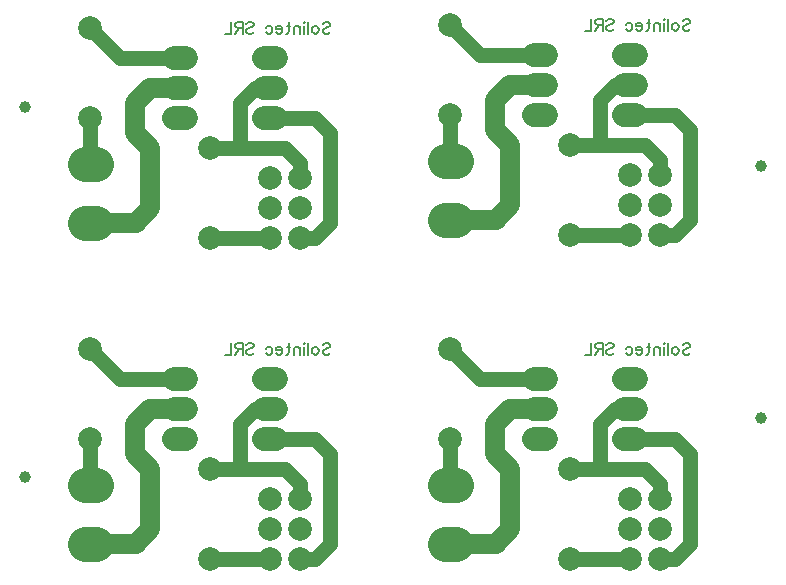
<source format=gbl>
G04 Layer: BottomLayer*
G04 EasyEDA v6.5.9, 2022-12-18 14:38:18*
G04 4aff3cac283946888bffb04ada9a0e28,5dd06754fdd742daa6fe38bf62b7df6b,10*
G04 Gerber Generator version 0.2*
G04 Scale: 100 percent, Rotated: No, Reflected: No *
G04 Dimensions in millimeters *
G04 leading zeros omitted , absolute positions ,4 integer and 5 decimal *
%FSLAX45Y45*%
%MOMM*%

%ADD10C,0.2000*%
%ADD11C,1.2700*%
%ADD12C,1.7000*%
%ADD13C,1.0000*%
%ADD14C,2.0000*%
%ADD15C,3.0000*%
%ADD16C,0.0104*%

%LPD*%
D10*
X2957944Y4914668D02*
G01*
X2967182Y4923904D01*
X2981035Y4928524D01*
X2999508Y4928524D01*
X3013364Y4923904D01*
X3022600Y4914668D01*
X3022600Y4905433D01*
X3017982Y4896195D01*
X3013364Y4891577D01*
X3004126Y4886960D01*
X2976417Y4877724D01*
X2967182Y4873104D01*
X2962564Y4868486D01*
X2957944Y4859251D01*
X2957944Y4845395D01*
X2967182Y4836160D01*
X2981035Y4831542D01*
X2999508Y4831542D01*
X3013364Y4836160D01*
X3022600Y4845395D01*
X2904375Y4896195D02*
G01*
X2913611Y4891577D01*
X2922846Y4882342D01*
X2927464Y4868486D01*
X2927464Y4859251D01*
X2922846Y4845395D01*
X2913611Y4836160D01*
X2904375Y4831542D01*
X2890520Y4831542D01*
X2881284Y4836160D01*
X2872046Y4845395D01*
X2867428Y4859251D01*
X2867428Y4868486D01*
X2872046Y4882342D01*
X2881284Y4891577D01*
X2890520Y4896195D01*
X2904375Y4896195D01*
X2836948Y4928524D02*
G01*
X2836948Y4831542D01*
X2806468Y4928524D02*
G01*
X2801851Y4923904D01*
X2797233Y4928524D01*
X2801851Y4933142D01*
X2806468Y4928524D01*
X2801851Y4896195D02*
G01*
X2801851Y4831542D01*
X2766753Y4896195D02*
G01*
X2766753Y4831542D01*
X2766753Y4877724D02*
G01*
X2752897Y4891577D01*
X2743662Y4896195D01*
X2729806Y4896195D01*
X2720571Y4891577D01*
X2715953Y4877724D01*
X2715953Y4831542D01*
X2671617Y4928524D02*
G01*
X2671617Y4850015D01*
X2667000Y4836160D01*
X2657764Y4831542D01*
X2648526Y4831542D01*
X2685473Y4896195D02*
G01*
X2653144Y4896195D01*
X2618046Y4868486D02*
G01*
X2562628Y4868486D01*
X2562628Y4877724D01*
X2567246Y4886960D01*
X2571864Y4891577D01*
X2581102Y4896195D01*
X2594955Y4896195D01*
X2604193Y4891577D01*
X2613428Y4882342D01*
X2618046Y4868486D01*
X2618046Y4859251D01*
X2613428Y4845395D01*
X2604193Y4836160D01*
X2594955Y4831542D01*
X2581102Y4831542D01*
X2571864Y4836160D01*
X2562628Y4845395D01*
X2476731Y4882342D02*
G01*
X2485966Y4891577D01*
X2495204Y4896195D01*
X2509057Y4896195D01*
X2518295Y4891577D01*
X2527531Y4882342D01*
X2532148Y4868486D01*
X2532148Y4859251D01*
X2527531Y4845395D01*
X2518295Y4836160D01*
X2509057Y4831542D01*
X2495204Y4831542D01*
X2485966Y4836160D01*
X2476731Y4845395D01*
X2310475Y4914668D02*
G01*
X2319713Y4923904D01*
X2333566Y4928524D01*
X2352040Y4928524D01*
X2365895Y4923904D01*
X2375131Y4914668D01*
X2375131Y4905433D01*
X2370513Y4896195D01*
X2365895Y4891577D01*
X2356657Y4886960D01*
X2328948Y4877724D01*
X2319713Y4873104D01*
X2315095Y4868486D01*
X2310475Y4859251D01*
X2310475Y4845395D01*
X2319713Y4836160D01*
X2333566Y4831542D01*
X2352040Y4831542D01*
X2365895Y4836160D01*
X2375131Y4845395D01*
X2279995Y4928524D02*
G01*
X2279995Y4831542D01*
X2279995Y4928524D02*
G01*
X2238433Y4928524D01*
X2224577Y4923904D01*
X2219960Y4919286D01*
X2215342Y4910051D01*
X2215342Y4900815D01*
X2219960Y4891577D01*
X2224577Y4886960D01*
X2238433Y4882342D01*
X2279995Y4882342D01*
X2247668Y4882342D02*
G01*
X2215342Y4831542D01*
X2184862Y4928524D02*
G01*
X2184862Y4831542D01*
X2184862Y4831542D02*
G01*
X2129444Y4831542D01*
X2957944Y2196868D02*
G01*
X2967182Y2206104D01*
X2981035Y2210724D01*
X2999508Y2210724D01*
X3013364Y2206104D01*
X3022600Y2196868D01*
X3022600Y2187633D01*
X3017982Y2178395D01*
X3013364Y2173777D01*
X3004126Y2169160D01*
X2976417Y2159924D01*
X2967182Y2155304D01*
X2962564Y2150686D01*
X2957944Y2141451D01*
X2957944Y2127595D01*
X2967182Y2118360D01*
X2981035Y2113742D01*
X2999508Y2113742D01*
X3013364Y2118360D01*
X3022600Y2127595D01*
X2904375Y2178395D02*
G01*
X2913611Y2173777D01*
X2922846Y2164542D01*
X2927464Y2150686D01*
X2927464Y2141451D01*
X2922846Y2127595D01*
X2913611Y2118360D01*
X2904375Y2113742D01*
X2890520Y2113742D01*
X2881284Y2118360D01*
X2872046Y2127595D01*
X2867428Y2141451D01*
X2867428Y2150686D01*
X2872046Y2164542D01*
X2881284Y2173777D01*
X2890520Y2178395D01*
X2904375Y2178395D01*
X2836948Y2210724D02*
G01*
X2836948Y2113742D01*
X2806468Y2210724D02*
G01*
X2801851Y2206104D01*
X2797233Y2210724D01*
X2801851Y2215342D01*
X2806468Y2210724D01*
X2801851Y2178395D02*
G01*
X2801851Y2113742D01*
X2766753Y2178395D02*
G01*
X2766753Y2113742D01*
X2766753Y2159924D02*
G01*
X2752897Y2173777D01*
X2743662Y2178395D01*
X2729806Y2178395D01*
X2720571Y2173777D01*
X2715953Y2159924D01*
X2715953Y2113742D01*
X2671617Y2210724D02*
G01*
X2671617Y2132215D01*
X2667000Y2118360D01*
X2657764Y2113742D01*
X2648526Y2113742D01*
X2685473Y2178395D02*
G01*
X2653144Y2178395D01*
X2618046Y2150686D02*
G01*
X2562628Y2150686D01*
X2562628Y2159924D01*
X2567246Y2169160D01*
X2571864Y2173777D01*
X2581102Y2178395D01*
X2594955Y2178395D01*
X2604193Y2173777D01*
X2613428Y2164542D01*
X2618046Y2150686D01*
X2618046Y2141451D01*
X2613428Y2127595D01*
X2604193Y2118360D01*
X2594955Y2113742D01*
X2581102Y2113742D01*
X2571864Y2118360D01*
X2562628Y2127595D01*
X2476731Y2164542D02*
G01*
X2485966Y2173777D01*
X2495204Y2178395D01*
X2509057Y2178395D01*
X2518295Y2173777D01*
X2527531Y2164542D01*
X2532148Y2150686D01*
X2532148Y2141451D01*
X2527531Y2127595D01*
X2518295Y2118360D01*
X2509057Y2113742D01*
X2495204Y2113742D01*
X2485966Y2118360D01*
X2476731Y2127595D01*
X2310475Y2196868D02*
G01*
X2319713Y2206104D01*
X2333566Y2210724D01*
X2352040Y2210724D01*
X2365895Y2206104D01*
X2375131Y2196868D01*
X2375131Y2187633D01*
X2370513Y2178395D01*
X2365895Y2173777D01*
X2356657Y2169160D01*
X2328948Y2159924D01*
X2319713Y2155304D01*
X2315095Y2150686D01*
X2310475Y2141451D01*
X2310475Y2127595D01*
X2319713Y2118360D01*
X2333566Y2113742D01*
X2352040Y2113742D01*
X2365895Y2118360D01*
X2375131Y2127595D01*
X2279995Y2210724D02*
G01*
X2279995Y2113742D01*
X2279995Y2210724D02*
G01*
X2238433Y2210724D01*
X2224577Y2206104D01*
X2219960Y2201486D01*
X2215342Y2192251D01*
X2215342Y2183015D01*
X2219960Y2173777D01*
X2224577Y2169160D01*
X2238433Y2164542D01*
X2279995Y2164542D01*
X2247668Y2164542D02*
G01*
X2215342Y2113742D01*
X2184862Y2210724D02*
G01*
X2184862Y2113742D01*
X2184862Y2113742D02*
G01*
X2129444Y2113742D01*
X6005944Y2196868D02*
G01*
X6015182Y2206104D01*
X6029035Y2210724D01*
X6047508Y2210724D01*
X6061364Y2206104D01*
X6070600Y2196868D01*
X6070600Y2187633D01*
X6065982Y2178395D01*
X6061364Y2173777D01*
X6052126Y2169160D01*
X6024417Y2159924D01*
X6015182Y2155304D01*
X6010564Y2150686D01*
X6005944Y2141451D01*
X6005944Y2127595D01*
X6015182Y2118360D01*
X6029035Y2113742D01*
X6047508Y2113742D01*
X6061364Y2118360D01*
X6070600Y2127595D01*
X5952375Y2178395D02*
G01*
X5961611Y2173777D01*
X5970846Y2164542D01*
X5975464Y2150686D01*
X5975464Y2141451D01*
X5970846Y2127595D01*
X5961611Y2118360D01*
X5952375Y2113742D01*
X5938520Y2113742D01*
X5929284Y2118360D01*
X5920046Y2127595D01*
X5915428Y2141451D01*
X5915428Y2150686D01*
X5920046Y2164542D01*
X5929284Y2173777D01*
X5938520Y2178395D01*
X5952375Y2178395D01*
X5884948Y2210724D02*
G01*
X5884948Y2113742D01*
X5854468Y2210724D02*
G01*
X5849851Y2206104D01*
X5845233Y2210724D01*
X5849851Y2215342D01*
X5854468Y2210724D01*
X5849851Y2178395D02*
G01*
X5849851Y2113742D01*
X5814753Y2178395D02*
G01*
X5814753Y2113742D01*
X5814753Y2159924D02*
G01*
X5800897Y2173777D01*
X5791662Y2178395D01*
X5777806Y2178395D01*
X5768571Y2173777D01*
X5763953Y2159924D01*
X5763953Y2113742D01*
X5719617Y2210724D02*
G01*
X5719617Y2132215D01*
X5715000Y2118360D01*
X5705764Y2113742D01*
X5696526Y2113742D01*
X5733473Y2178395D02*
G01*
X5701144Y2178395D01*
X5666046Y2150686D02*
G01*
X5610628Y2150686D01*
X5610628Y2159924D01*
X5615246Y2169160D01*
X5619864Y2173777D01*
X5629102Y2178395D01*
X5642955Y2178395D01*
X5652193Y2173777D01*
X5661428Y2164542D01*
X5666046Y2150686D01*
X5666046Y2141451D01*
X5661428Y2127595D01*
X5652193Y2118360D01*
X5642955Y2113742D01*
X5629102Y2113742D01*
X5619864Y2118360D01*
X5610628Y2127595D01*
X5524731Y2164542D02*
G01*
X5533966Y2173777D01*
X5543204Y2178395D01*
X5557057Y2178395D01*
X5566295Y2173777D01*
X5575531Y2164542D01*
X5580148Y2150686D01*
X5580148Y2141451D01*
X5575531Y2127595D01*
X5566295Y2118360D01*
X5557057Y2113742D01*
X5543204Y2113742D01*
X5533966Y2118360D01*
X5524731Y2127595D01*
X5358475Y2196868D02*
G01*
X5367713Y2206104D01*
X5381566Y2210724D01*
X5400040Y2210724D01*
X5413895Y2206104D01*
X5423131Y2196868D01*
X5423131Y2187633D01*
X5418513Y2178395D01*
X5413895Y2173777D01*
X5404657Y2169160D01*
X5376948Y2159924D01*
X5367713Y2155304D01*
X5363095Y2150686D01*
X5358475Y2141451D01*
X5358475Y2127595D01*
X5367713Y2118360D01*
X5381566Y2113742D01*
X5400040Y2113742D01*
X5413895Y2118360D01*
X5423131Y2127595D01*
X5327995Y2210724D02*
G01*
X5327995Y2113742D01*
X5327995Y2210724D02*
G01*
X5286433Y2210724D01*
X5272577Y2206104D01*
X5267960Y2201486D01*
X5263342Y2192251D01*
X5263342Y2183015D01*
X5267960Y2173777D01*
X5272577Y2169160D01*
X5286433Y2164542D01*
X5327995Y2164542D01*
X5295668Y2164542D02*
G01*
X5263342Y2113742D01*
X5232862Y2210724D02*
G01*
X5232862Y2113742D01*
X5232862Y2113742D02*
G01*
X5177444Y2113742D01*
X6005944Y4940068D02*
G01*
X6015182Y4949304D01*
X6029035Y4953924D01*
X6047508Y4953924D01*
X6061364Y4949304D01*
X6070600Y4940068D01*
X6070600Y4930833D01*
X6065982Y4921595D01*
X6061364Y4916977D01*
X6052126Y4912360D01*
X6024417Y4903124D01*
X6015182Y4898504D01*
X6010564Y4893886D01*
X6005944Y4884651D01*
X6005944Y4870795D01*
X6015182Y4861560D01*
X6029035Y4856942D01*
X6047508Y4856942D01*
X6061364Y4861560D01*
X6070600Y4870795D01*
X5952375Y4921595D02*
G01*
X5961611Y4916977D01*
X5970846Y4907742D01*
X5975464Y4893886D01*
X5975464Y4884651D01*
X5970846Y4870795D01*
X5961611Y4861560D01*
X5952375Y4856942D01*
X5938520Y4856942D01*
X5929284Y4861560D01*
X5920046Y4870795D01*
X5915428Y4884651D01*
X5915428Y4893886D01*
X5920046Y4907742D01*
X5929284Y4916977D01*
X5938520Y4921595D01*
X5952375Y4921595D01*
X5884948Y4953924D02*
G01*
X5884948Y4856942D01*
X5854468Y4953924D02*
G01*
X5849851Y4949304D01*
X5845233Y4953924D01*
X5849851Y4958542D01*
X5854468Y4953924D01*
X5849851Y4921595D02*
G01*
X5849851Y4856942D01*
X5814753Y4921595D02*
G01*
X5814753Y4856942D01*
X5814753Y4903124D02*
G01*
X5800897Y4916977D01*
X5791662Y4921595D01*
X5777806Y4921595D01*
X5768571Y4916977D01*
X5763953Y4903124D01*
X5763953Y4856942D01*
X5719617Y4953924D02*
G01*
X5719617Y4875415D01*
X5715000Y4861560D01*
X5705764Y4856942D01*
X5696526Y4856942D01*
X5733473Y4921595D02*
G01*
X5701144Y4921595D01*
X5666046Y4893886D02*
G01*
X5610628Y4893886D01*
X5610628Y4903124D01*
X5615246Y4912360D01*
X5619864Y4916977D01*
X5629102Y4921595D01*
X5642955Y4921595D01*
X5652193Y4916977D01*
X5661428Y4907742D01*
X5666046Y4893886D01*
X5666046Y4884651D01*
X5661428Y4870795D01*
X5652193Y4861560D01*
X5642955Y4856942D01*
X5629102Y4856942D01*
X5619864Y4861560D01*
X5610628Y4870795D01*
X5524731Y4907742D02*
G01*
X5533966Y4916977D01*
X5543204Y4921595D01*
X5557057Y4921595D01*
X5566295Y4916977D01*
X5575531Y4907742D01*
X5580148Y4893886D01*
X5580148Y4884651D01*
X5575531Y4870795D01*
X5566295Y4861560D01*
X5557057Y4856942D01*
X5543204Y4856942D01*
X5533966Y4861560D01*
X5524731Y4870795D01*
X5358475Y4940068D02*
G01*
X5367713Y4949304D01*
X5381566Y4953924D01*
X5400040Y4953924D01*
X5413895Y4949304D01*
X5423131Y4940068D01*
X5423131Y4930833D01*
X5418513Y4921595D01*
X5413895Y4916977D01*
X5404657Y4912360D01*
X5376948Y4903124D01*
X5367713Y4898504D01*
X5363095Y4893886D01*
X5358475Y4884651D01*
X5358475Y4870795D01*
X5367713Y4861560D01*
X5381566Y4856942D01*
X5400040Y4856942D01*
X5413895Y4861560D01*
X5423131Y4870795D01*
X5327995Y4953924D02*
G01*
X5327995Y4856942D01*
X5327995Y4953924D02*
G01*
X5286433Y4953924D01*
X5272577Y4949304D01*
X5267960Y4944686D01*
X5263342Y4935451D01*
X5263342Y4926215D01*
X5267960Y4916977D01*
X5272577Y4912360D01*
X5286433Y4907742D01*
X5327995Y4907742D01*
X5295668Y4907742D02*
G01*
X5263342Y4856942D01*
X5232862Y4953924D02*
G01*
X5232862Y4856942D01*
X5232862Y4856942D02*
G01*
X5177444Y4856942D01*
D11*
X5562600Y4140200D02*
G01*
X5943600Y4140200D01*
X6070600Y4013200D01*
X6070600Y3251200D01*
X5943600Y3124200D01*
X5816600Y3124200D01*
D12*
X4038600Y3253740D02*
G01*
X4422140Y3253740D01*
X4546600Y3378200D01*
X4546600Y3886200D01*
X4419600Y4013200D01*
X4419600Y4267200D01*
X4546600Y4394200D01*
X4800600Y4394200D01*
D11*
X4038600Y3756660D02*
G01*
X4038600Y4140200D01*
X5562600Y3124200D02*
G01*
X5054600Y3124200D01*
X5562600Y4394200D02*
G01*
X5435600Y4394200D01*
X5308600Y4267200D01*
X5308600Y3886200D01*
X5816600Y3632200D02*
G01*
X5816600Y3759200D01*
X5689600Y3886200D01*
X5308600Y3886200D01*
X5054600Y3886200D01*
X4800600Y4648200D02*
G01*
X4292600Y4648200D01*
X4038600Y4902200D01*
X5562600Y1397000D02*
G01*
X5943600Y1397000D01*
X6070600Y1270000D01*
X6070600Y508000D01*
X5943600Y381000D01*
X5816600Y381000D01*
D12*
X4038600Y510540D02*
G01*
X4422140Y510540D01*
X4546600Y635000D01*
X4546600Y1143000D01*
X4419600Y1270000D01*
X4419600Y1524000D01*
X4546600Y1651000D01*
X4800600Y1651000D01*
D11*
X4038600Y1013460D02*
G01*
X4038600Y1397000D01*
X5562600Y381000D02*
G01*
X5054600Y381000D01*
X5562600Y1651000D02*
G01*
X5435600Y1651000D01*
X5308600Y1524000D01*
X5308600Y1143000D01*
X5816600Y889000D02*
G01*
X5816600Y1016000D01*
X5689600Y1143000D01*
X5308600Y1143000D01*
X5054600Y1143000D01*
X4800600Y1905000D02*
G01*
X4292600Y1905000D01*
X4038600Y2159000D01*
X2514600Y1397000D02*
G01*
X2895600Y1397000D01*
X3022600Y1270000D01*
X3022600Y508000D01*
X2895600Y381000D01*
X2768600Y381000D01*
D12*
X990600Y510540D02*
G01*
X1374140Y510540D01*
X1498600Y635000D01*
X1498600Y1143000D01*
X1371600Y1270000D01*
X1371600Y1524000D01*
X1498600Y1651000D01*
X1752600Y1651000D01*
D11*
X990600Y1013460D02*
G01*
X990600Y1397000D01*
X2514600Y381000D02*
G01*
X2006600Y381000D01*
X2514600Y1651000D02*
G01*
X2387600Y1651000D01*
X2260600Y1524000D01*
X2260600Y1143000D01*
X2768600Y889000D02*
G01*
X2768600Y1016000D01*
X2641600Y1143000D01*
X2260600Y1143000D01*
X2006600Y1143000D01*
X1752600Y1905000D02*
G01*
X1244600Y1905000D01*
X990600Y2159000D01*
X2514600Y4114800D02*
G01*
X2895600Y4114800D01*
X3022600Y3987800D01*
X3022600Y3225800D01*
X2895600Y3098800D01*
X2768600Y3098800D01*
D12*
X990600Y3228340D02*
G01*
X1374140Y3228340D01*
X1498600Y3352800D01*
X1498600Y3860800D01*
X1371600Y3987800D01*
X1371600Y4241800D01*
X1498600Y4368800D01*
X1752600Y4368800D01*
D11*
X990600Y3731260D02*
G01*
X990600Y4114800D01*
X2514600Y3098800D02*
G01*
X2006600Y3098800D01*
X2514600Y4368800D02*
G01*
X2387600Y4368800D01*
X2260600Y4241800D01*
X2260600Y3860800D01*
X2768600Y3606800D02*
G01*
X2768600Y3733800D01*
X2641600Y3860800D01*
X2260600Y3860800D01*
X2006600Y3860800D01*
X1752600Y4622800D02*
G01*
X1244600Y4622800D01*
X990600Y4876800D01*
D13*
G01*
X435000Y4207002D03*
G01*
X6673799Y3707003D03*
G01*
X435000Y1079398D03*
G01*
X6673799Y1579397D03*
D14*
G01*
X2514600Y3606800D03*
G01*
X2768600Y3606800D03*
G01*
X2514600Y3352800D03*
G01*
X2768600Y3352800D03*
G01*
X2514600Y3098800D03*
G01*
X2768600Y3098800D03*
G01*
X990600Y4114800D03*
G01*
X990600Y4876800D03*
G01*
X2006600Y3860800D03*
G01*
X2006600Y3098800D03*
G01*
X2006600Y1143000D03*
G01*
X2006600Y381000D03*
G01*
X990600Y1397000D03*
G01*
X990600Y2159000D03*
G01*
X2514600Y889000D03*
G01*
X2768600Y889000D03*
G01*
X2514600Y635000D03*
G01*
X2768600Y635000D03*
G01*
X2514600Y381000D03*
G01*
X2768600Y381000D03*
G01*
X5054600Y1143000D03*
G01*
X5054600Y381000D03*
G01*
X4038600Y1397000D03*
G01*
X4038600Y2159000D03*
G01*
X5562600Y889000D03*
G01*
X5816600Y889000D03*
G01*
X5562600Y635000D03*
G01*
X5816600Y635000D03*
G01*
X5562600Y381000D03*
G01*
X5816600Y381000D03*
G01*
X5054600Y3886200D03*
G01*
X5054600Y3124200D03*
G01*
X4038600Y4140200D03*
G01*
X4038600Y4902200D03*
G01*
X5562600Y3632200D03*
G01*
X5816600Y3632200D03*
G01*
X5562600Y3378200D03*
G01*
X5816600Y3378200D03*
G01*
X5562600Y3124200D03*
G01*
X5816600Y3124200D03*
X1802599Y4622800D02*
G01*
X1702600Y4622800D01*
X1802599Y4368800D02*
G01*
X1702600Y4368800D01*
X2464600Y4368800D02*
G01*
X2564599Y4368800D01*
X2464600Y4622800D02*
G01*
X2564599Y4622800D01*
X1802599Y4114800D02*
G01*
X1702600Y4114800D01*
X2464600Y4114800D02*
G01*
X2564599Y4114800D01*
D15*
X942479Y3731260D02*
G01*
X1038720Y3731260D01*
X942479Y3228340D02*
G01*
X1038720Y3228340D01*
X942479Y1013460D02*
G01*
X1038720Y1013460D01*
X942479Y510540D02*
G01*
X1038720Y510540D01*
D14*
X1802599Y1905000D02*
G01*
X1702600Y1905000D01*
X1802599Y1651000D02*
G01*
X1702600Y1651000D01*
X2464600Y1651000D02*
G01*
X2564599Y1651000D01*
X2464600Y1905000D02*
G01*
X2564599Y1905000D01*
X1802599Y1397000D02*
G01*
X1702600Y1397000D01*
X2464600Y1397000D02*
G01*
X2564599Y1397000D01*
D15*
X3990479Y1013460D02*
G01*
X4086720Y1013460D01*
X3990479Y510540D02*
G01*
X4086720Y510540D01*
D14*
X4850599Y1905000D02*
G01*
X4750600Y1905000D01*
X4850599Y1651000D02*
G01*
X4750600Y1651000D01*
X5512600Y1651000D02*
G01*
X5612599Y1651000D01*
X5512600Y1905000D02*
G01*
X5612599Y1905000D01*
X4850599Y1397000D02*
G01*
X4750600Y1397000D01*
X5512600Y1397000D02*
G01*
X5612599Y1397000D01*
D15*
X3990479Y3756660D02*
G01*
X4086720Y3756660D01*
X3990479Y3253740D02*
G01*
X4086720Y3253740D01*
D14*
X4850599Y4648200D02*
G01*
X4750600Y4648200D01*
X4850599Y4394200D02*
G01*
X4750600Y4394200D01*
X5512600Y4394200D02*
G01*
X5612599Y4394200D01*
X5512600Y4648200D02*
G01*
X5612599Y4648200D01*
X4850599Y4140200D02*
G01*
X4750600Y4140200D01*
X5512600Y4140200D02*
G01*
X5612599Y4140200D01*
M02*

</source>
